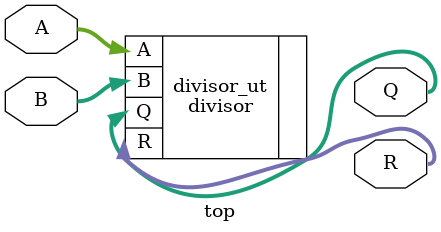
<source format=sv>
module top(
    input  logic [3:0] A,
    input  logic [3:0] B,
    output logic [3:0] Q,
    output logic [3:0] R
);

    divisor #(.N(4)) divisor_ut (
        .A(A),
        .B(B),
        .Q(Q),
        .R(R)
    );

endmodule

</source>
